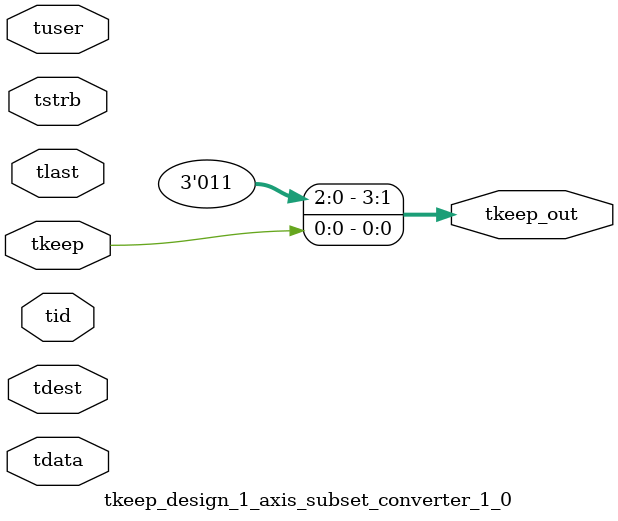
<source format=v>


`timescale 1ps/1ps

module tkeep_design_1_axis_subset_converter_1_0 #
(
parameter C_S_AXIS_TDATA_WIDTH = 32,
parameter C_S_AXIS_TUSER_WIDTH = 0,
parameter C_S_AXIS_TID_WIDTH   = 0,
parameter C_S_AXIS_TDEST_WIDTH = 0,
parameter C_M_AXIS_TDATA_WIDTH = 32
)
(
input  [(C_S_AXIS_TDATA_WIDTH == 0 ? 1 : C_S_AXIS_TDATA_WIDTH)-1:0     ] tdata,
input  [(C_S_AXIS_TUSER_WIDTH == 0 ? 1 : C_S_AXIS_TUSER_WIDTH)-1:0     ] tuser,
input  [(C_S_AXIS_TID_WIDTH   == 0 ? 1 : C_S_AXIS_TID_WIDTH)-1:0       ] tid,
input  [(C_S_AXIS_TDEST_WIDTH == 0 ? 1 : C_S_AXIS_TDEST_WIDTH)-1:0     ] tdest,
input  [(C_S_AXIS_TDATA_WIDTH/8)-1:0 ] tkeep,
input  [(C_S_AXIS_TDATA_WIDTH/8)-1:0 ] tstrb,
input                                                                    tlast,
output [(C_M_AXIS_TDATA_WIDTH/8)-1:0 ] tkeep_out
);

assign tkeep_out = {2'b11,tkeep[0:0]};

endmodule


</source>
